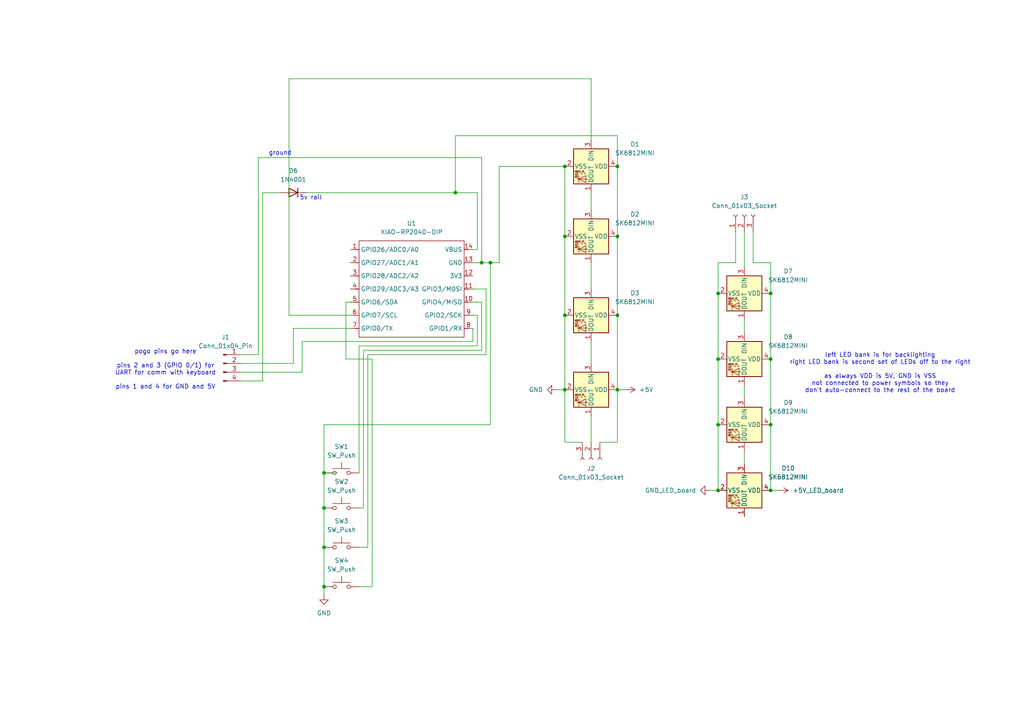
<source format=kicad_sch>
(kicad_sch (version 20250114) (generator "eeschema") (generator_version "9.0")
  (paper "A4")
  (lib_symbols
    (symbol "Connector:Conn_01x03_Socket" (pin_names (offset 1.016) (hide yes))
      (property "Reference" "J" (at 0 5.08 0))
      (property "Value" "Conn_01x03_Socket" (at 0 -5.08 0))
      (symbol "Conn_01x03_Socket_1_1"
        (polyline (pts (xy -1.27 2.54) (xy -0.508 2.54)) (stroke (width 0.1524)))
        (polyline (pts (xy -1.27 0) (xy -0.508 0)) (stroke (width 0.1524)))
        (polyline (pts (xy -1.27 -2.54) (xy -0.508 -2.54)) (stroke (width 0.1524)))
        (arc (start 0 2.032) (mid -0.5058 2.54) (end 0 3.048) (stroke (width 0.1524)))
        (arc (start 0 -0.508) (mid -0.5058 0) (end 0 0.508) (stroke (width 0.1524)))
        (arc (start 0 -3.048) (mid -0.5058 -2.54) (end 0 -2.032) (stroke (width 0.1524)))
        (pin passive line (at -5.08 2.54 0) (length 3.81) (name "Pin_1") (number "1"))
        (pin passive line (at -5.08 0 0) (length 3.81) (name "Pin_2") (number "2"))
        (pin passive line (at -5.08 -2.54 0) (length 3.81) (name "Pin_3") (number "3"))
      )
    )
    (symbol "Connector:Conn_01x04_Pin" (pin_names (offset 1.016) (hide yes))
      (property "Reference" "J" (at 0 5.08 0))
      (property "Value" "Conn_01x04_Pin" (at 0 -7.62 0))
      (symbol "Conn_01x04_Pin_1_1"
        (rectangle (start 0.8636 2.667) (end 0 2.413) (stroke (width 0.1524)) (fill (type outline)))
        (rectangle (start 0.8636 0.127) (end 0 -0.127) (stroke (width 0.1524)) (fill (type outline)))
        (rectangle (start 0.8636 -2.413) (end 0 -2.667) (stroke (width 0.1524)) (fill (type outline)))
        (rectangle (start 0.8636 -4.953) (end 0 -5.207) (stroke (width 0.1524)) (fill (type outline)))
        (polyline (pts (xy 1.27 2.54) (xy 0.8636 2.54)) (stroke (width 0.1524)))
        (polyline (pts (xy 1.27 0) (xy 0.8636 0)) (stroke (width 0.1524)))
        (polyline (pts (xy 1.27 -2.54) (xy 0.8636 -2.54)) (stroke (width 0.1524)))
        (polyline (pts (xy 1.27 -5.08) (xy 0.8636 -5.08)) (stroke (width 0.1524)))
        (pin passive line (at 5.08 2.54 180) (length 3.81) (name "Pin_1") (number "1"))
        (pin passive line (at 5.08 0 180) (length 3.81) (name "Pin_2") (number "2"))
        (pin passive line (at 5.08 -2.54 180) (length 3.81) (name "Pin_3") (number "3"))
        (pin passive line (at 5.08 -5.08 180) (length 3.81) (name "Pin_4") (number "4"))
      )
    )
    (symbol "Diode:1N4001" (pin_numbers (hide yes)) (pin_names (hide yes))
      (property "Reference" "D" (at 0 2.54 0))
      (property "Value" "1N4001" (at 0 -2.54 0))
      (symbol "1N4001_0_1"
        (polyline (pts (xy -1.27 1.27) (xy -1.27 -1.27)) (stroke (width 0.254)))
        (polyline (pts (xy 1.27 1.27) (xy 1.27 -1.27) (xy -1.27 0) (xy 1.27 1.27)) (stroke (width 0.254)))
        (polyline (pts (xy 1.27 0) (xy -1.27 0)))
      )
      (symbol "1N4001_1_1"
        (pin passive line (at -3.81 0 0) (length 2.54) (name "K") (number "1"))
        (pin passive line (at 3.81 0 180) (length 2.54) (name "A") (number "2"))
      )
    )
    (symbol "LED:SK6812MINI" (pin_names (offset 0.254))
      (property "Reference" "D" (at 5.08 5.715 0))
      (property "Value" "SK6812MINI" (at 1.27 -5.715 0))
      (symbol "SK6812MINI_0_0"
        (text "RGB" (at 2.286 -4.191 0) (effects (font (size 0.762 0.762))))
      )
      (symbol "SK6812MINI_0_1"
        (polyline (pts (xy 1.27 -2.54) (xy 1.778 -2.54)))
        (polyline (pts (xy 1.27 -3.556) (xy 1.778 -3.556)))
        (polyline (pts (xy 2.286 -1.524) (xy 1.27 -2.54) (xy 1.27 -2.032)))
        (polyline (pts (xy 2.286 -2.54) (xy 1.27 -3.556) (xy 1.27 -3.048)))
        (polyline (pts (xy 3.683 -1.016) (xy 3.683 -3.556) (xy 3.683 -4.064)))
        (polyline (pts (xy 4.699 -1.524) (xy 2.667 -1.524) (xy 3.683 -3.556) (xy 4.699 -1.524)))
        (polyline (pts (xy 4.699 -3.556) (xy 2.667 -3.556)))
        (rectangle (start 5.08 5.08) (end -5.08 -5.08) (stroke (width 0.254)) (fill (type background)))
      )
      (symbol "SK6812MINI_1_1"
        (pin input line (at -7.62 0 0) (length 2.54) (name "DIN") (number "3"))
        (pin power_in line (at 0 7.62 270) (length 2.54) (name "VDD") (number "4"))
        (pin power_in line (at 0 -7.62 90) (length 2.54) (name "VSS") (number "2"))
        (pin output line (at 7.62 0 180) (length 2.54) (name "DOUT") (number "1"))
      )
    )
    (symbol "OPL:XIAO-RP2040-DIP"
      (property "Reference" "U" (at 0 0 0))
      (property "Value" "XIAO-RP2040-DIP" (at 5.334 -1.778 0))
      (symbol "XIAO-RP2040-DIP_1_0"
        (polyline (pts (xy -1.27 -2.54) (xy 29.21 -2.54)) (stroke (width 0.1524)))
        (polyline (pts (xy -1.27 -5.08) (xy -2.54 -5.08)) (stroke (width 0.1524)))
        (polyline (pts (xy -1.27 -5.08) (xy -1.27 -2.54)) (stroke (width 0.1524)))
        (polyline (pts (xy -1.27 -8.89) (xy -2.54 -8.89)) (stroke (width 0.1524)))
        (polyline (pts (xy -1.27 -8.89) (xy -1.27 -5.08)) (stroke (width 0.1524)))
        (polyline (pts (xy -1.27 -12.7) (xy -2.54 -12.7)) (stroke (width 0.1524)))
        (polyline (pts (xy -1.27 -12.7) (xy -1.27 -8.89)) (stroke (width 0.1524)))
        (polyline (pts (xy -1.27 -16.51) (xy -2.54 -16.51)) (stroke (width 0.1524)))
        (polyline (pts (xy -1.27 -16.51) (xy -1.27 -12.7)) (stroke (width 0.1524)))
        (polyline (pts (xy -1.27 -20.32) (xy -2.54 -20.32)) (stroke (width 0.1524)))
        (polyline (pts (xy -1.27 -24.13) (xy -2.54 -24.13)) (stroke (width 0.1524)))
        (polyline (pts (xy -1.27 -27.94) (xy -2.54 -27.94)) (stroke (width 0.1524)))
        (polyline (pts (xy -1.27 -30.48) (xy -1.27 -16.51)) (stroke (width 0.1524)))
        (polyline (pts (xy 29.21 -2.54) (xy 29.21 -5.08)) (stroke (width 0.1524)))
        (polyline (pts (xy 29.21 -5.08) (xy 29.21 -8.89)) (stroke (width 0.1524)))
        (polyline (pts (xy 29.21 -8.89) (xy 29.21 -12.7)) (stroke (width 0.1524)))
        (polyline (pts (xy 29.21 -12.7) (xy 29.21 -30.48)) (stroke (width 0.1524)))
        (polyline (pts (xy 29.21 -30.48) (xy -1.27 -30.48)) (stroke (width 0.1524)))
        (polyline (pts (xy 30.48 -5.08) (xy 29.21 -5.08)) (stroke (width 0.1524)))
        (polyline (pts (xy 30.48 -8.89) (xy 29.21 -8.89)) (stroke (width 0.1524)))
        (polyline (pts (xy 30.48 -12.7) (xy 29.21 -12.7)) (stroke (width 0.1524)))
        (polyline (pts (xy 30.48 -16.51) (xy 29.21 -16.51)) (stroke (width 0.1524)))
        (polyline (pts (xy 30.48 -20.32) (xy 29.21 -20.32)) (stroke (width 0.1524)))
        (polyline (pts (xy 30.48 -24.13) (xy 29.21 -24.13)) (stroke (width 0.1524)))
        (polyline (pts (xy 30.48 -27.94) (xy 29.21 -27.94)) (stroke (width 0.1524)))
        (pin passive line (at -3.81 -5.08 0) (length 2.54) (name "GPIO26/ADC0/A0") (number "1"))
        (pin passive line (at -3.81 -8.89 0) (length 2.54) (name "GPIO27/ADC1/A1") (number "2"))
        (pin passive line (at -3.81 -12.7 0) (length 2.54) (name "GPIO28/ADC2/A2") (number "3"))
        (pin passive line (at -3.81 -16.51 0) (length 2.54) (name "GPIO29/ADC3/A3") (number "4"))
        (pin passive line (at -3.81 -20.32 0) (length 2.54) (name "GPIO6/SDA") (number "5"))
        (pin passive line (at -3.81 -24.13 0) (length 2.54) (name "GPIO7/SCL") (number "6"))
        (pin passive line (at -3.81 -27.94 0) (length 2.54) (name "GPIO0/TX") (number "7"))
        (pin passive line (at 31.75 -5.08 180) (length 2.54) (name "VBUS") (number "14"))
        (pin passive line (at 31.75 -8.89 180) (length 2.54) (name "GND") (number "13"))
        (pin passive line (at 31.75 -12.7 180) (length 2.54) (name "3V3") (number "12"))
        (pin passive line (at 31.75 -16.51 180) (length 2.54) (name "GPIO3/MOSI") (number "11"))
        (pin passive line (at 31.75 -20.32 180) (length 2.54) (name "GPIO4/MISO") (number "10"))
        (pin passive line (at 31.75 -24.13 180) (length 2.54) (name "GPIO2/SCK") (number "9"))
        (pin passive line (at 31.75 -27.94 180) (length 2.54) (name "GPIO1/RX") (number "8"))
      )
    )
    (symbol "Switch:SW_Push" (pin_numbers (hide yes)) (pin_names (offset 1.016) (hide yes))
      (property "Reference" "SW" (at 1.27 2.54 0))
      (property "Value" "SW_Push" (at 0 -1.524 0))
      (symbol "SW_Push_0_1"
        (circle (center -2.032 0) (radius 0.508))
        (polyline (pts (xy 0 1.27) (xy 0 3.048)))
        (circle (center 2.032 0) (radius 0.508))
        (polyline (pts (xy 2.54 1.27) (xy -2.54 1.27)))
        (pin passive line (at -5.08 0 0) (length 2.54) (name "1") (number "1"))
        (pin passive line (at 5.08 0 180) (length 2.54) (name "2") (number "2"))
      )
    )
    (symbol "power:+5V" (power) (pin_numbers (hide yes)) (pin_names (offset 0) (hide yes))
      (property "Value" "+5V" (at 0 3.556 0))
      (symbol "+5V_0_1"
        (polyline (pts (xy -0.762 1.27) (xy 0 2.54)))
        (polyline (pts (xy 0 2.54) (xy 0.762 1.27)))
        (polyline (pts (xy 0 0) (xy 0 2.54)))
      )
      (symbol "+5V_1_1"
        (pin power_in line (at 0 0 90) (length 0) (name "~") (number "1"))
      )
    )
    (symbol "power:GND" (power) (pin_numbers (hide yes)) (pin_names (offset 0) (hide yes))
      (property "Value" "GND" (at 0 -3.81 0))
      (symbol "GND_0_1"
        (polyline (pts (xy 0 0) (xy 0 -1.27) (xy 1.27 -1.27) (xy 0 -2.54) (xy -1.27 -1.27) (xy 0 -1.27)))
      )
      (symbol "GND_1_1"
        (pin power_in line (at 0 0 270) (length 0) (name "~") (number "1"))
      )
    )
  )
  (text "pogo pins go here\n\npins 2 and 3 (GPIO 0/1) for\nUART for comm with keyboard\n\npins 1 and 4 for GND and 5V" (at 48.006 107.188 0) (effects (font (size 1.27 1.27))))
  (text "left LED bank is for backlighting\nright LED bank is second set of LEDs off to the right\n\nas always VDD is 5V, GND is VSS\nnot connected to power symbols so they\ndon't auto-connect to the rest of the board" (at 255.27 108.204 0) (effects (font (size 1.27 1.27))))
  (text "5v rail" (at 90.17 57.404 0) (effects (font (size 1.27 1.27))))
  (text "ground" (at 81.28 44.45 0) (effects (font (size 1.27 1.27))))
  (junction (at 93.98 170.18))
  (junction (at 163.83 91.44))
  (junction (at 223.52 142.24))
  (junction (at 142.24 76.2))
  (junction (at 163.83 48.26))
  (junction (at 208.28 123.19))
  (junction (at 208.28 142.24))
  (junction (at 179.07 91.44))
  (junction (at 93.98 137.16))
  (junction (at 93.98 158.75))
  (junction (at 223.52 123.19))
  (junction (at 163.83 68.58))
  (junction (at 139.7 76.2))
  (junction (at 93.98 147.32))
  (junction (at 179.07 113.03))
  (junction (at 132.08 55.88))
  (junction (at 208.28 85.09))
  (junction (at 163.83 113.03))
  (junction (at 223.52 104.14))
  (junction (at 179.07 48.26))
  (junction (at 179.07 68.58))
  (junction (at 208.28 104.14))
  (junction (at 223.52 85.09))
  (wire (pts (xy 144.78 48.26) (xy 144.78 76.2)))
  (wire (pts (xy 106.68 102.87) (xy 106.68 158.75)))
  (wire (pts (xy 215.9 67.31) (xy 215.9 77.47)))
  (wire (pts (xy 208.28 123.19) (xy 208.28 142.24)))
  (wire (pts (xy 223.52 123.19) (xy 223.52 142.24)))
  (wire (pts (xy 163.83 48.26) (xy 163.83 68.58)))
  (wire (pts (xy 93.98 137.16) (xy 93.98 147.32)))
  (wire (pts (xy 93.98 123.19) (xy 93.98 137.16)))
  (wire (pts (xy 177.8 113.03) (xy 179.07 113.03)))
  (wire (pts (xy 104.14 100.33) (xy 104.14 137.16)))
  (wire (pts (xy 163.83 113.03) (xy 163.83 128.27)))
  (wire (pts (xy 163.83 91.44) (xy 163.83 113.03)))
  (wire (pts (xy 163.83 128.27) (xy 168.91 128.27)))
  (wire (pts (xy 100.33 104.14) (xy 100.33 87.63)))
  (wire (pts (xy 223.52 142.24) (xy 226.06 142.24)))
  (wire (pts (xy 144.78 76.2) (xy 142.24 76.2)))
  (wire (pts (xy 81.28 55.88) (xy 76.2 55.88)))
  (wire (pts (xy 140.97 83.82) (xy 140.97 102.87)))
  (wire (pts (xy 93.98 158.75) (xy 93.98 170.18)))
  (wire (pts (xy 139.7 45.72) (xy 139.7 76.2)))
  (wire (pts (xy 76.2 55.88) (xy 76.2 110.49)))
  (wire (pts (xy 179.07 128.27) (xy 173.99 128.27)))
  (wire (pts (xy 179.07 91.44) (xy 179.07 113.03)))
  (wire (pts (xy 137.16 72.39) (xy 138.43 72.39)))
  (wire (pts (xy 215.9 92.71) (xy 215.9 96.52)))
  (wire (pts (xy 179.07 113.03) (xy 181.61 113.03)))
  (wire (pts (xy 85.09 95.25) (xy 101.6 95.25)))
  (wire (pts (xy 104.14 170.18) (xy 107.95 170.18)))
  (wire (pts (xy 104.14 147.32) (xy 105.41 147.32)))
  (wire (pts (xy 138.43 100.33) (xy 104.14 100.33)))
  (wire (pts (xy 132.08 39.37) (xy 179.07 39.37)))
  (wire (pts (xy 88.9 55.88) (xy 132.08 55.88)))
  (wire (pts (xy 218.44 76.2) (xy 223.52 76.2)))
  (wire (pts (xy 76.2 110.49) (xy 69.85 110.49)))
  (wire (pts (xy 139.7 87.63) (xy 137.16 87.63)))
  (wire (pts (xy 74.93 45.72) (xy 74.93 102.87)))
  (wire (pts (xy 179.07 68.58) (xy 179.07 91.44)))
  (wire (pts (xy 137.16 83.82) (xy 140.97 83.82)))
  (wire (pts (xy 213.36 67.31) (xy 213.36 76.2)))
  (wire (pts (xy 171.45 55.88) (xy 171.45 60.96)))
  (wire (pts (xy 205.74 142.24) (xy 208.28 142.24)))
  (wire (pts (xy 69.85 107.95) (xy 87.63 107.95)))
  (wire (pts (xy 69.85 102.87) (xy 74.93 102.87)))
  (wire (pts (xy 142.24 123.19) (xy 93.98 123.19)))
  (wire (pts (xy 208.28 76.2) (xy 208.28 85.09)))
  (wire (pts (xy 140.97 102.87) (xy 106.68 102.87)))
  (wire (pts (xy 171.45 22.86) (xy 83.82 22.86)))
  (wire (pts (xy 171.45 120.65) (xy 171.45 128.27)))
  (wire (pts (xy 215.9 111.76) (xy 215.9 115.57)))
  (wire (pts (xy 100.33 87.63) (xy 101.6 87.63)))
  (wire (pts (xy 213.36 76.2) (xy 208.28 76.2)))
  (wire (pts (xy 218.44 67.31) (xy 218.44 76.2)))
  (wire (pts (xy 161.29 113.03) (xy 163.83 113.03)))
  (wire (pts (xy 137.16 91.44) (xy 138.43 91.44)))
  (wire (pts (xy 137.16 99.06) (xy 137.16 95.25)))
  (wire (pts (xy 87.63 107.95) (xy 87.63 99.06)))
  (wire (pts (xy 171.45 22.86) (xy 171.45 40.64)))
  (wire (pts (xy 83.82 22.86) (xy 83.82 91.44)))
  (wire (pts (xy 83.82 91.44) (xy 101.6 91.44)))
  (wire (pts (xy 132.08 55.88) (xy 132.08 39.37)))
  (wire (pts (xy 105.41 101.6) (xy 139.7 101.6)))
  (wire (pts (xy 139.7 76.2) (xy 142.24 76.2)))
  (wire (pts (xy 139.7 101.6) (xy 139.7 87.63)))
  (wire (pts (xy 105.41 147.32) (xy 105.41 101.6)))
  (wire (pts (xy 74.93 45.72) (xy 139.7 45.72)))
  (wire (pts (xy 85.09 105.41) (xy 85.09 95.25)))
  (wire (pts (xy 171.45 76.2) (xy 171.45 83.82)))
  (wire (pts (xy 107.95 104.14) (xy 100.33 104.14)))
  (wire (pts (xy 142.24 76.2) (xy 142.24 123.19)))
  (wire (pts (xy 93.98 147.32) (xy 93.98 158.75)))
  (wire (pts (xy 223.52 104.14) (xy 223.52 123.19)))
  (wire (pts (xy 179.07 113.03) (xy 179.07 128.27)))
  (wire (pts (xy 87.63 99.06) (xy 137.16 99.06)))
  (wire (pts (xy 223.52 85.09) (xy 223.52 104.14)))
  (wire (pts (xy 163.83 48.26) (xy 144.78 48.26)))
  (wire (pts (xy 138.43 91.44) (xy 138.43 100.33)))
  (wire (pts (xy 179.07 48.26) (xy 179.07 68.58)))
  (wire (pts (xy 93.98 137.16) (xy 97.79 137.16)))
  (wire (pts (xy 132.08 55.88) (xy 138.43 55.88)))
  (wire (pts (xy 215.9 130.81) (xy 215.9 134.62)))
  (wire (pts (xy 223.52 76.2) (xy 223.52 85.09)))
  (wire (pts (xy 179.07 39.37) (xy 179.07 48.26)))
  (wire (pts (xy 138.43 55.88) (xy 138.43 72.39)))
  (wire (pts (xy 93.98 170.18) (xy 93.98 172.72)))
  (wire (pts (xy 208.28 104.14) (xy 208.28 123.19)))
  (wire (pts (xy 139.7 76.2) (xy 137.16 76.2)))
  (wire (pts (xy 163.83 68.58) (xy 163.83 91.44)))
  (wire (pts (xy 107.95 170.18) (xy 107.95 104.14)))
  (wire (pts (xy 208.28 85.09) (xy 208.28 104.14)))
  (wire (pts (xy 106.68 158.75) (xy 104.14 158.75)))
  (wire (pts (xy 171.45 99.06) (xy 171.45 105.41)))
  (wire (pts (xy 69.85 105.41) (xy 85.09 105.41)))
  (symbol (lib_id "LED:SK6812MINI") (at 215.9 142.24 270) (unit 1)
    (property "Reference" "D10" (at 228.6 135.8198 90))
    (property "Value" "SK6812MINI" (at 228.6 138.3598 90))
    (property "Footprint" "LED_SMD:LED_SK6812MINI_PLCC4_3.5x3.5mm_P1.75mm" (effects (hide yes)))
    (property "Datasheet" "https://cdn-shop.adafruit.com/product-files/2686/SK6812MINI_REV.01-1-2.pdf" (effects (hide yes)))
    (property "Description" "RGB LED with integrated controller" (effects (hide yes)))
  )
  (symbol (lib_id "LED:SK6812MINI") (at 215.9 123.19 270) (unit 1)
    (property "Reference" "D9" (at 228.6 116.7698 90))
    (property "Value" "SK6812MINI" (at 228.6 119.3098 90))
    (property "Footprint" "LED_SMD:LED_SK6812MINI_PLCC4_3.5x3.5mm_P1.75mm" (effects (hide yes)))
    (property "Datasheet" "https://cdn-shop.adafruit.com/product-files/2686/SK6812MINI_REV.01-1-2.pdf" (effects (hide yes)))
    (property "Description" "RGB LED with integrated controller" (effects (hide yes)))
  )
  (symbol (lib_id "Switch:SW_Push") (at 99.06 147.32 0) (unit 1)
    (property "Reference" "SW2" (at 99.06 139.7 0))
    (property "Value" "SW_Push" (at 99.06 142.24 0))
    (property "Footprint" "Button_Switch_Keyboard:SW_Cherry_MX_1.00u_PCB" (effects (hide yes)))
    (property "Description" "Push button switch, generic, two pins" (effects (hide yes)))
  )
  (symbol (lib_id "Connector:Conn_01x03_Socket") (at 215.9 62.23 90) (unit 1)
    (property "Reference" "J3" (at 215.9 57.15 90))
    (property "Value" "Conn_01x03_Socket" (at 215.9 59.69 90))
    (property "Footprint" "Connector_PinSocket_2.54mm:PinSocket_1x03_P2.54mm_Vertical" (effects (hide yes)))
    (property "Description" "Generic connector, single row, 01x03, script generated" (effects (hide yes)))
  )
  (symbol (lib_id "power:GND") (at 205.74 142.24 270) (unit 1)
    (property "Reference" "#PWR02" (effects (hide yes)))
    (property "Value" "GND_LED_board" (at 201.93 142.2399 90) (effects (justify right)))
    (property "Description" "Power symbol creates a global label with name \"GND\" , ground" (effects (hide yes)))
  )
  (symbol (lib_id "Connector:Conn_01x04_Pin") (at 64.77 105.41 0) (unit 1)
    (property "Reference" "J1" (at 65.405 97.79 0))
    (property "Value" "Conn_01x04_Pin" (at 65.405 100.33 0))
    (property "Footprint" "Connector_PinHeader_2.54mm:PinHeader_1x04_P2.54mm_Vertical" (effects (hide yes)))
    (property "Description" "Generic connector, single row, 01x04, script generated" (effects (hide yes)))
  )
  (symbol (lib_id "LED:SK6812MINI") (at 215.9 104.14 270) (unit 1)
    (property "Reference" "D8" (at 228.6 97.7198 90))
    (property "Value" "SK6812MINI" (at 228.6 100.2598 90))
    (property "Footprint" "LED_SMD:LED_SK6812MINI_PLCC4_3.5x3.5mm_P1.75mm" (effects (hide yes)))
    (property "Datasheet" "https://cdn-shop.adafruit.com/product-files/2686/SK6812MINI_REV.01-1-2.pdf" (effects (hide yes)))
    (property "Description" "RGB LED with integrated controller" (effects (hide yes)))
  )
  (symbol (lib_id "LED:SK6812MINI") (at 171.45 113.03 270) (unit 1)
    (property "Reference" "D4" (effects (hide yes)))
    (property "Value" "SK6812MINI" (effects (hide yes)))
    (property "Footprint" "LED_SMD:LED_SK6812MINI_PLCC4_3.5x3.5mm_P1.75mm" (effects (hide yes)))
    (property "Datasheet" "https://cdn-shop.adafruit.com/product-files/2686/SK6812MINI_REV.01-1-2.pdf" (effects (hide yes)))
    (property "Description" "RGB LED with integrated controller" (effects (hide yes)))
  )
  (symbol (lib_id "Switch:SW_Push") (at 99.06 158.75 0) (unit 1)
    (property "Reference" "SW3" (at 99.06 151.13 0))
    (property "Value" "SW_Push" (at 99.06 153.67 0))
    (property "Footprint" "Button_Switch_Keyboard:SW_Cherry_MX_1.00u_PCB" (effects (hide yes)))
    (property "Description" "Push button switch, generic, two pins" (effects (hide yes)))
  )
  (symbol (lib_id "LED:SK6812MINI") (at 215.9 85.09 270) (unit 1)
    (property "Reference" "D7" (at 228.6 78.6698 90))
    (property "Value" "SK6812MINI" (at 228.6 81.2098 90))
    (property "Footprint" "LED_SMD:LED_SK6812MINI_PLCC4_3.5x3.5mm_P1.75mm" (effects (hide yes)))
    (property "Datasheet" "https://cdn-shop.adafruit.com/product-files/2686/SK6812MINI_REV.01-1-2.pdf" (effects (hide yes)))
    (property "Description" "RGB LED with integrated controller" (effects (hide yes)))
  )
  (symbol (lib_id "power:+5V") (at 181.61 113.03 270) (unit 1)
    (property "Reference" "#PWR04" (effects (hide yes)))
    (property "Value" "+5V" (at 185.42 113.0299 90) (effects (justify left)))
    (property "Description" "Power symbol creates a global label with name \"+5V\"" (effects (hide yes)))
  )
  (symbol (lib_id "Switch:SW_Push") (at 99.06 137.16 0) (unit 1)
    (property "Reference" "SW1" (at 99.06 129.54 0))
    (property "Value" "SW_Push" (at 99.06 132.08 0))
    (property "Footprint" "Button_Switch_Keyboard:SW_Cherry_MX_1.00u_PCB" (effects (hide yes)))
    (property "Description" "Push button switch, generic, two pins" (effects (hide yes)))
  )
  (symbol (lib_id "LED:SK6812MINI") (at 171.45 91.44 270) (unit 1)
    (property "Reference" "D3" (at 184.15 85.0198 90))
    (property "Value" "SK6812MINI" (at 184.15 87.5598 90))
    (property "Footprint" "LED_SMD:LED_SK6812MINI_PLCC4_3.5x3.5mm_P1.75mm" (effects (hide yes)))
    (property "Datasheet" "https://cdn-shop.adafruit.com/product-files/2686/SK6812MINI_REV.01-1-2.pdf" (effects (hide yes)))
    (property "Description" "RGB LED with integrated controller" (effects (hide yes)))
  )
  (symbol (lib_id "power:GND") (at 93.98 172.72 0) (unit 1)
    (property "Reference" "#PWR01" (effects (hide yes)))
    (property "Value" "GND" (at 93.98 177.8 0))
    (property "Description" "Power symbol creates a global label with name \"GND\" , ground" (effects (hide yes)))
  )
  (symbol (lib_id "power:+5V") (at 226.06 142.24 270) (unit 1)
    (property "Reference" "#PWR03" (effects (hide yes)))
    (property "Value" "+5V_LED_board" (at 229.87 142.2399 90) (effects (justify left)))
    (property "Description" "Power symbol creates a global label with name \"+5V\"" (effects (hide yes)))
  )
  (symbol (lib_id "LED:SK6812MINI") (at 171.45 68.58 270) (unit 1)
    (property "Reference" "D2" (at 184.15 62.1598 90))
    (property "Value" "SK6812MINI" (at 184.15 64.6998 90))
    (property "Footprint" "LED_SMD:LED_SK6812MINI_PLCC4_3.5x3.5mm_P1.75mm" (effects (hide yes)))
    (property "Datasheet" "https://cdn-shop.adafruit.com/product-files/2686/SK6812MINI_REV.01-1-2.pdf" (effects (hide yes)))
    (property "Description" "RGB LED with integrated controller" (effects (hide yes)))
  )
  (symbol (lib_id "Diode:1N4001") (at 85.09 55.88 180) (unit 1)
    (property "Reference" "D6" (at 85.09 49.53 0))
    (property "Value" "1N4001" (at 85.09 52.07 0))
    (property "Footprint" "Diode_THT:D_DO-41_SOD81_P10.16mm_Horizontal" (effects (hide yes)))
    (property "Datasheet" "http://www.vishay.com/docs/88503/1n4001.pdf" (effects (hide yes)))
    (property "Description" "50V 1A General Purpose Rectifier Diode, DO-41" (effects (hide yes)))
    (property "Sim.Device" "D" (effects (hide yes)))
    (property "Sim.Pins" "1=K 2=A" (effects (hide yes)))
  )
  (symbol (lib_id "Connector:Conn_01x03_Socket") (at 171.45 133.35 270) (unit 1)
    (property "Reference" "J2" (at 171.45 135.89 90))
    (property "Value" "Conn_01x03_Socket" (at 171.45 138.43 90))
    (property "Footprint" "Connector_PinSocket_2.54mm:PinSocket_1x03_P2.54mm_Vertical" (effects (hide yes)))
    (property "Description" "Generic connector, single row, 01x03, script generated" (effects (hide yes)))
  )
  (symbol (lib_id "Switch:SW_Push") (at 99.06 170.18 0) (unit 1)
    (property "Reference" "SW4" (at 99.06 162.56 0))
    (property "Value" "SW_Push" (at 99.06 165.1 0))
    (property "Footprint" "Button_Switch_Keyboard:SW_Cherry_MX_1.00u_PCB" (effects (hide yes)))
    (property "Description" "Push button switch, generic, two pins" (effects (hide yes)))
  )
  (symbol (lib_id "OPL:XIAO-RP2040-DIP") (at 105.41 67.31 0) (unit 1)
    (property "Reference" "U1" (at 119.38 64.77 0))
    (property "Value" "XIAO-RP2040-DIP" (at 119.38 67.31 0))
    (property "Footprint" "OPL:XIAO-RP2040-DIP" (effects (hide yes)))
  )
  (symbol (lib_id "power:GND") (at 161.29 113.03 270) (unit 1)
    (property "Reference" "#PWR05" (effects (hide yes)))
    (property "Value" "GND" (at 157.48 113.0299 90) (effects (justify right)))
    (property "Description" "Power symbol creates a global label with name \"GND\" , ground" (effects (hide yes)))
  )
  (symbol (lib_id "LED:SK6812MINI") (at 171.45 48.26 270) (unit 1)
    (property "Reference" "D1" (at 184.15 41.8398 90))
    (property "Value" "SK6812MINI" (at 184.15 44.3798 90))
    (property "Footprint" "LED_SMD:LED_SK6812MINI_PLCC4_3.5x3.5mm_P1.75mm" (effects (hide yes)))
    (property "Datasheet" "https://cdn-shop.adafruit.com/product-files/2686/SK6812MINI_REV.01-1-2.pdf" (effects (hide yes)))
    (property "Description" "RGB LED with integrated controller" (effects (hide yes)))
  )
)
</source>
